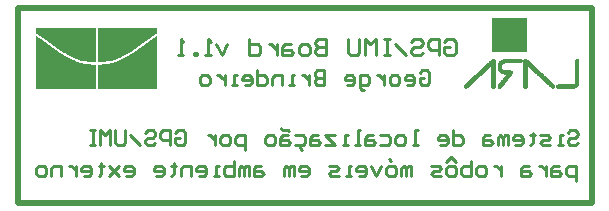
<source format=gbo>
%FSLAX23Y23*%
%MOIN*%
G70*
G01*
G75*
G04 Layer_Color=32896*
%ADD10C,0.020*%
%ADD11C,0.060*%
%ADD12R,0.059X0.059*%
%ADD13C,0.059*%
%ADD14C,0.055*%
%ADD15C,0.250*%
%ADD16O,0.024X0.039*%
%ADD17R,0.059X0.059*%
%ADD18C,0.046*%
%ADD19R,0.046X0.046*%
%ADD20C,0.049*%
%ADD21R,0.049X0.049*%
%ADD22C,0.157*%
%ADD23R,0.059X0.059*%
%ADD24C,0.059*%
%ADD25R,0.049X0.049*%
%ADD26C,0.063*%
%ADD27R,0.063X0.063*%
%ADD28C,0.067*%
%ADD29R,0.067X0.067*%
%ADD30C,0.050*%
%ADD31C,0.015*%
%ADD32C,0.010*%
%ADD33C,0.008*%
%ADD34C,0.024*%
%ADD35C,0.010*%
%ADD36C,0.020*%
%ADD37C,0.008*%
%ADD38C,0.006*%
%ADD39C,0.068*%
%ADD40R,0.067X0.067*%
%ADD41C,0.067*%
%ADD42C,0.063*%
%ADD43C,0.258*%
%ADD44O,0.032X0.047*%
%ADD45R,0.067X0.067*%
%ADD46C,0.054*%
%ADD47R,0.054X0.054*%
%ADD48C,0.057*%
%ADD49R,0.057X0.057*%
%ADD50C,0.165*%
%ADD51R,0.067X0.067*%
%ADD52C,0.067*%
%ADD53R,0.057X0.057*%
%ADD54C,0.071*%
%ADD55R,0.071X0.071*%
%ADD56C,0.075*%
%ADD57R,0.075X0.075*%
%ADD58C,0.058*%
%ADD59C,0.001*%
D32*
X3124Y2208D02*
X3132Y2201D01*
X3316Y2197D02*
X3332Y2214D01*
X3348Y2198D01*
X2764Y2310D02*
X2769Y2305D01*
X2788D01*
X2792Y2301D01*
X2827Y2244D02*
X2835Y2236D01*
X2827Y2244D02*
Y2250D01*
X3227Y2495D02*
X3235Y2503D01*
X3252D01*
X3260Y2495D01*
Y2461D01*
X3252Y2453D01*
X3235D01*
X3227Y2461D01*
Y2478D01*
X3243D01*
X3185Y2453D02*
X3202D01*
X3210Y2461D01*
Y2478D01*
X3202Y2486D01*
X3185D01*
X3177Y2478D01*
Y2470D01*
X3210D01*
X3152Y2453D02*
X3135D01*
X3127Y2461D01*
Y2478D01*
X3135Y2486D01*
X3152D01*
X3160Y2478D01*
Y2461D01*
X3152Y2453D01*
X3110Y2486D02*
Y2453D01*
Y2470D01*
X3102Y2478D01*
X3093Y2486D01*
X3085D01*
X3043Y2436D02*
X3035D01*
X3027Y2445D01*
Y2486D01*
X3052D01*
X3060Y2478D01*
Y2461D01*
X3052Y2453D01*
X3027D01*
X2985D02*
X3002D01*
X3010Y2461D01*
Y2478D01*
X3002Y2486D01*
X2985D01*
X2977Y2478D01*
Y2470D01*
X3010D01*
X2910Y2503D02*
Y2453D01*
X2885D01*
X2877Y2461D01*
Y2470D01*
X2885Y2478D01*
X2910D01*
X2885D01*
X2877Y2486D01*
Y2495D01*
X2885Y2503D01*
X2910D01*
X2860Y2486D02*
Y2453D01*
Y2470D01*
X2852Y2478D01*
X2843Y2486D01*
X2835D01*
X2810Y2453D02*
X2793D01*
X2802D01*
Y2486D01*
X2810D01*
X2768Y2453D02*
Y2486D01*
X2744D01*
X2735Y2478D01*
Y2453D01*
X2685Y2503D02*
Y2453D01*
X2710D01*
X2719Y2461D01*
Y2478D01*
X2710Y2486D01*
X2685D01*
X2644Y2453D02*
X2660D01*
X2669Y2461D01*
Y2478D01*
X2660Y2486D01*
X2644D01*
X2635Y2478D01*
Y2470D01*
X2669D01*
X2619Y2453D02*
X2602D01*
X2610D01*
Y2486D01*
X2619D01*
X2577D02*
Y2453D01*
Y2470D01*
X2569Y2478D01*
X2560Y2486D01*
X2552D01*
X2519Y2453D02*
X2502D01*
X2494Y2461D01*
Y2478D01*
X2502Y2486D01*
X2519D01*
X2527Y2478D01*
Y2461D01*
X2519Y2453D01*
X3721Y2295D02*
X3729Y2303D01*
X3746D01*
X3754Y2295D01*
Y2286D01*
X3746Y2278D01*
X3729D01*
X3721Y2270D01*
Y2261D01*
X3729Y2253D01*
X3746D01*
X3754Y2261D01*
X3704Y2253D02*
X3687D01*
X3696D01*
Y2286D01*
X3704D01*
X3662Y2253D02*
X3637D01*
X3629Y2261D01*
X3637Y2270D01*
X3654D01*
X3662Y2278D01*
X3654Y2286D01*
X3629D01*
X3604Y2295D02*
Y2286D01*
X3612D01*
X3596D01*
X3604D01*
Y2261D01*
X3596Y2253D01*
X3546D02*
X3562D01*
X3571Y2261D01*
Y2278D01*
X3562Y2286D01*
X3546D01*
X3537Y2278D01*
Y2270D01*
X3571D01*
X3521Y2253D02*
Y2286D01*
X3512D01*
X3504Y2278D01*
Y2253D01*
Y2278D01*
X3496Y2286D01*
X3487Y2278D01*
Y2253D01*
X3462Y2286D02*
X3446D01*
X3437Y2278D01*
Y2253D01*
X3462D01*
X3471Y2261D01*
X3462Y2270D01*
X3437D01*
X3337Y2303D02*
Y2253D01*
X3362D01*
X3371Y2261D01*
Y2278D01*
X3362Y2286D01*
X3337D01*
X3296Y2253D02*
X3312D01*
X3321Y2261D01*
Y2278D01*
X3312Y2286D01*
X3296D01*
X3287Y2278D01*
Y2270D01*
X3321D01*
X3221Y2253D02*
X3204D01*
X3213D01*
Y2303D01*
X3221D01*
X3171Y2253D02*
X3154D01*
X3146Y2261D01*
Y2278D01*
X3154Y2286D01*
X3171D01*
X3179Y2278D01*
Y2261D01*
X3171Y2253D01*
X3096Y2286D02*
X3121D01*
X3129Y2278D01*
Y2261D01*
X3121Y2253D01*
X3096D01*
X3071Y2286D02*
X3054D01*
X3046Y2278D01*
Y2253D01*
X3071D01*
X3079Y2261D01*
X3071Y2270D01*
X3046D01*
X3029Y2253D02*
X3013D01*
X3021D01*
Y2303D01*
X3029D01*
X2988Y2253D02*
X2971D01*
X2979D01*
Y2286D01*
X2988D01*
X2946D02*
X2913D01*
X2946Y2253D01*
X2913D01*
X2888Y2286D02*
X2871D01*
X2863Y2278D01*
Y2253D01*
X2888D01*
X2896Y2261D01*
X2888Y2270D01*
X2863D01*
X2813Y2286D02*
X2838D01*
X2846Y2278D01*
Y2261D01*
X2838Y2253D01*
X2813D01*
X2788Y2286D02*
X2771D01*
X2763Y2278D01*
Y2253D01*
X2788D01*
X2796Y2261D01*
X2788Y2270D01*
X2763D01*
X2738Y2253D02*
X2721D01*
X2713Y2261D01*
Y2278D01*
X2721Y2286D01*
X2738D01*
X2746Y2278D01*
Y2261D01*
X2738Y2253D01*
X2646Y2236D02*
Y2286D01*
X2621D01*
X2613Y2278D01*
Y2261D01*
X2621Y2253D01*
X2646D01*
X2588D02*
X2571D01*
X2563Y2261D01*
Y2278D01*
X2571Y2286D01*
X2588D01*
X2596Y2278D01*
Y2261D01*
X2588Y2253D01*
X2546Y2286D02*
Y2253D01*
Y2270D01*
X2538Y2278D01*
X2529Y2286D01*
X2521D01*
X2413Y2295D02*
X2421Y2303D01*
X2438D01*
X2446Y2295D01*
Y2261D01*
X2438Y2253D01*
X2421D01*
X2413Y2261D01*
Y2278D01*
X2429D01*
X2396Y2253D02*
Y2303D01*
X2371D01*
X2363Y2295D01*
Y2278D01*
X2371Y2270D01*
X2396D01*
X2313Y2295D02*
X2321Y2303D01*
X2338D01*
X2346Y2295D01*
Y2286D01*
X2338Y2278D01*
X2321D01*
X2313Y2270D01*
Y2261D01*
X2321Y2253D01*
X2338D01*
X2346Y2261D01*
X2296Y2253D02*
X2263Y2286D01*
X2246Y2303D02*
Y2261D01*
X2238Y2253D01*
X2221D01*
X2213Y2261D01*
Y2303D01*
X2196Y2253D02*
Y2303D01*
X2180Y2286D01*
X2163Y2303D01*
Y2253D01*
X2146Y2303D02*
X2130D01*
X2138D01*
Y2253D01*
X2146D01*
X2130D01*
X3749Y2134D02*
Y2184D01*
X3724D01*
X3716Y2176D01*
Y2159D01*
X3724Y2151D01*
X3749D01*
X3691Y2184D02*
X3674D01*
X3666Y2176D01*
Y2151D01*
X3691D01*
X3699Y2159D01*
X3691Y2168D01*
X3666D01*
X3649Y2184D02*
Y2151D01*
Y2168D01*
X3641Y2176D01*
X3632Y2184D01*
X3624D01*
X3591D02*
X3574D01*
X3566Y2176D01*
Y2151D01*
X3591D01*
X3599Y2159D01*
X3591Y2168D01*
X3566D01*
X3499Y2184D02*
Y2151D01*
Y2168D01*
X3491Y2176D01*
X3482Y2184D01*
X3474D01*
X3441Y2151D02*
X3424D01*
X3416Y2159D01*
Y2176D01*
X3424Y2184D01*
X3441D01*
X3449Y2176D01*
Y2159D01*
X3441Y2151D01*
X3399Y2201D02*
Y2151D01*
X3374D01*
X3366Y2159D01*
Y2168D01*
Y2176D01*
X3374Y2184D01*
X3399D01*
X3341Y2151D02*
X3324D01*
X3316Y2159D01*
Y2176D01*
X3324Y2184D01*
X3341D01*
X3349Y2176D01*
Y2159D01*
X3341Y2151D01*
X3299D02*
X3274D01*
X3266Y2159D01*
X3274Y2168D01*
X3291D01*
X3299Y2176D01*
X3291Y2184D01*
X3266D01*
X3199Y2151D02*
Y2184D01*
X3191D01*
X3183Y2176D01*
Y2151D01*
Y2176D01*
X3174Y2184D01*
X3166Y2176D01*
Y2151D01*
X3141D02*
X3124D01*
X3116Y2159D01*
Y2176D01*
X3124Y2184D01*
X3141D01*
X3149Y2176D01*
Y2159D01*
X3141Y2151D01*
X3099Y2184D02*
X3083Y2151D01*
X3066Y2184D01*
X3024Y2151D02*
X3041D01*
X3049Y2159D01*
Y2176D01*
X3041Y2184D01*
X3024D01*
X3016Y2176D01*
Y2168D01*
X3049D01*
X2999Y2151D02*
X2983D01*
X2991D01*
Y2184D01*
X2999D01*
X2958Y2151D02*
X2933D01*
X2924Y2159D01*
X2933Y2168D01*
X2949D01*
X2958Y2176D01*
X2949Y2184D01*
X2924D01*
X2833Y2151D02*
X2849D01*
X2858Y2159D01*
Y2176D01*
X2849Y2184D01*
X2833D01*
X2824Y2176D01*
Y2168D01*
X2858D01*
X2808Y2151D02*
Y2184D01*
X2799D01*
X2791Y2176D01*
Y2151D01*
Y2176D01*
X2783Y2184D01*
X2774Y2176D01*
Y2151D01*
X2699Y2184D02*
X2683D01*
X2674Y2176D01*
Y2151D01*
X2699D01*
X2708Y2159D01*
X2699Y2168D01*
X2674D01*
X2658Y2151D02*
Y2184D01*
X2649D01*
X2641Y2176D01*
Y2151D01*
Y2176D01*
X2633Y2184D01*
X2624Y2176D01*
Y2151D01*
X2608Y2201D02*
Y2151D01*
X2583D01*
X2574Y2159D01*
Y2168D01*
Y2176D01*
X2583Y2184D01*
X2608D01*
X2558Y2151D02*
X2541D01*
X2549D01*
Y2184D01*
X2558D01*
X2491Y2151D02*
X2508D01*
X2516Y2159D01*
Y2176D01*
X2508Y2184D01*
X2491D01*
X2483Y2176D01*
Y2168D01*
X2516D01*
X2466Y2151D02*
Y2184D01*
X2441D01*
X2433Y2176D01*
Y2151D01*
X2408Y2193D02*
Y2184D01*
X2416D01*
X2399D01*
X2408D01*
Y2159D01*
X2399Y2151D01*
X2349D02*
X2366D01*
X2374Y2159D01*
Y2176D01*
X2366Y2184D01*
X2349D01*
X2341Y2176D01*
Y2168D01*
X2374D01*
X2249Y2151D02*
X2266D01*
X2274Y2159D01*
Y2176D01*
X2266Y2184D01*
X2249D01*
X2241Y2176D01*
Y2168D01*
X2274D01*
X2224Y2184D02*
X2191Y2151D01*
X2208Y2168D01*
X2191Y2184D01*
X2224Y2151D01*
X2166Y2193D02*
Y2184D01*
X2175D01*
X2158D01*
X2166D01*
Y2159D01*
X2158Y2151D01*
X2108D02*
X2125D01*
X2133Y2159D01*
Y2176D01*
X2125Y2184D01*
X2108D01*
X2100Y2176D01*
Y2168D01*
X2133D01*
X2083Y2184D02*
Y2151D01*
Y2168D01*
X2075Y2176D01*
X2066Y2184D01*
X2058D01*
X2033Y2151D02*
Y2184D01*
X2008D01*
X2000Y2176D01*
Y2151D01*
X1975D02*
X1958D01*
X1950Y2159D01*
Y2176D01*
X1958Y2184D01*
X1975D01*
X1983Y2176D01*
Y2159D01*
X1975Y2151D01*
X3310Y2599D02*
X3320Y2608D01*
X3338D01*
X3347Y2599D01*
Y2562D01*
X3338Y2553D01*
X3320D01*
X3310Y2562D01*
Y2580D01*
X3329D01*
X3292Y2553D02*
Y2608D01*
X3265D01*
X3255Y2599D01*
Y2580D01*
X3265Y2571D01*
X3292D01*
X3200Y2599D02*
X3210Y2608D01*
X3228D01*
X3237Y2599D01*
Y2590D01*
X3228Y2580D01*
X3210D01*
X3200Y2571D01*
Y2562D01*
X3210Y2553D01*
X3228D01*
X3237Y2562D01*
X3182Y2553D02*
X3145Y2590D01*
X3127Y2608D02*
X3109D01*
X3118D01*
Y2553D01*
X3127D01*
X3109D01*
X3081D02*
Y2608D01*
X3063Y2590D01*
X3045Y2608D01*
Y2553D01*
X3026Y2608D02*
Y2562D01*
X3017Y2553D01*
X2999D01*
X2990Y2562D01*
Y2608D01*
X2916D02*
Y2553D01*
X2889D01*
X2880Y2562D01*
Y2571D01*
X2889Y2580D01*
X2916D01*
X2889D01*
X2880Y2590D01*
Y2599D01*
X2889Y2608D01*
X2916D01*
X2852Y2553D02*
X2834D01*
X2825Y2562D01*
Y2580D01*
X2834Y2590D01*
X2852D01*
X2861Y2580D01*
Y2562D01*
X2852Y2553D01*
X2797Y2590D02*
X2779D01*
X2770Y2580D01*
Y2553D01*
X2797D01*
X2806Y2562D01*
X2797Y2571D01*
X2770D01*
X2751Y2590D02*
Y2553D01*
Y2571D01*
X2742Y2580D01*
X2733Y2590D01*
X2724D01*
X2660Y2608D02*
Y2553D01*
X2687D01*
X2696Y2562D01*
Y2580D01*
X2687Y2590D01*
X2660D01*
X2586D02*
X2568Y2553D01*
X2550Y2590D01*
X2531Y2553D02*
X2513D01*
X2522D01*
Y2608D01*
X2531Y2599D01*
X2486Y2553D02*
Y2562D01*
X2476D01*
Y2553D01*
X2486D01*
X2440D02*
X2421D01*
X2431D01*
Y2608D01*
X2440Y2599D01*
D36*
X3802Y2061D02*
Y2711D01*
X1887Y2061D02*
X3802D01*
X1887D02*
Y2711D01*
X3802D01*
D59*
X3405Y2482D02*
X3423D01*
X3406Y2483D02*
X3423D01*
X3408Y2484D02*
X3425D01*
X3409Y2485D02*
X3426D01*
X3396Y2473D02*
X3413D01*
X3397Y2474D02*
X3415D01*
X3399Y2475D02*
X3416D01*
X3400Y2476D02*
X3417D01*
X3401Y2477D02*
X3418D01*
X3401Y2478D02*
X3419D01*
X3402Y2479D02*
X3420D01*
X3403Y2480D02*
X3421D01*
X3378Y2445D02*
X3382D01*
X3376Y2446D02*
X3384D01*
X3376Y2447D02*
X3385D01*
X3376Y2454D02*
X3393D01*
X3377Y2455D02*
X3394D01*
X3378Y2456D02*
X3395D01*
X3379Y2457D02*
X3396D01*
X3380Y2458D02*
X3397D01*
X3380Y2459D02*
X3398D01*
X3381Y2460D02*
X3399D01*
X3382Y2461D02*
X3400D01*
X3384Y2462D02*
X3401D01*
X3386Y2463D02*
X3403D01*
X3387Y2464D02*
X3404D01*
X3388Y2465D02*
X3405D01*
X3389Y2466D02*
X3406D01*
X3391Y2468D02*
X3408D01*
X3391Y2469D02*
X3409D01*
X3392Y2470D02*
X3410D01*
X3393Y2471D02*
X3411D01*
X3394Y2472D02*
X3412D01*
X3390Y2467D02*
X3407D01*
X3404Y2481D02*
X3422D01*
X3411Y2487D02*
X3429D01*
X3410Y2486D02*
X3428D01*
X3510Y2482D02*
X3526D01*
X3511Y2483D02*
X3526D01*
X3489Y2445D02*
X3495D01*
X3488Y2446D02*
X3496D01*
X3487Y2447D02*
X3498D01*
X3487Y2448D02*
X3498D01*
X3487Y2449D02*
X3498D01*
X3487Y2450D02*
X3499D01*
X3487Y2451D02*
X3500D01*
X3487Y2452D02*
X3501D01*
X3487Y2453D02*
X3502D01*
X3487Y2454D02*
X3503D01*
X3488Y2455D02*
X3504D01*
X3489Y2456D02*
X3505D01*
X3490Y2457D02*
X3506D01*
X3491Y2458D02*
X3506D01*
X3492Y2459D02*
X3507D01*
X3493Y2460D02*
X3508D01*
X3493Y2461D02*
X3509D01*
X3494Y2462D02*
X3509D01*
X3496Y2463D02*
X3510D01*
X3497Y2464D02*
X3511D01*
X3497Y2465D02*
X3512D01*
X3498Y2466D02*
X3513D01*
X3499Y2468D02*
X3514D01*
X3500Y2469D02*
X3515D01*
X3500Y2470D02*
X3516D01*
X3501Y2471D02*
X3517D01*
X3502Y2472D02*
X3518D01*
X3504Y2473D02*
X3519D01*
X3504Y2474D02*
X3519D01*
X3505Y2475D02*
X3520D01*
X3506Y2476D02*
X3521D01*
X3507Y2477D02*
X3521D01*
X3508Y2478D02*
X3522D01*
X3509Y2479D02*
X3523D01*
X3498Y2467D02*
X3513D01*
X3509Y2480D02*
X3524D01*
X3466Y2482D02*
X3477D01*
X3466Y2483D02*
X3477D01*
X3466Y2484D02*
X3477D01*
X3466Y2485D02*
X3477D01*
X3469Y2445D02*
X3475D01*
X3467Y2446D02*
X3476D01*
X3467Y2447D02*
X3476D01*
X3466Y2448D02*
X3477D01*
X3466Y2449D02*
X3477D01*
X3466Y2450D02*
X3477D01*
X3466Y2451D02*
X3477D01*
X3466Y2452D02*
X3477D01*
X3466Y2453D02*
X3477D01*
X3466Y2454D02*
X3477D01*
X3466Y2455D02*
X3477D01*
X3466Y2456D02*
X3477D01*
X3466Y2457D02*
X3477D01*
X3466Y2458D02*
X3477D01*
X3466Y2459D02*
X3477D01*
X3466Y2460D02*
X3477D01*
X3466Y2461D02*
X3477D01*
X3466Y2462D02*
X3477D01*
X3466Y2463D02*
X3477D01*
X3466Y2464D02*
X3477D01*
X3466Y2465D02*
X3477D01*
X3466Y2466D02*
X3477D01*
X3466Y2468D02*
X3477D01*
X3466Y2469D02*
X3477D01*
X3466Y2470D02*
X3477D01*
X3466Y2471D02*
X3477D01*
X3466Y2472D02*
X3477D01*
X3466Y2473D02*
X3477D01*
X3466Y2474D02*
X3477D01*
X3466Y2475D02*
X3477D01*
X3466Y2476D02*
X3477D01*
X3466Y2477D02*
X3477D01*
X3466Y2478D02*
X3477D01*
X3466Y2479D02*
X3477D01*
X3466Y2480D02*
X3477D01*
X3466Y2467D02*
X3477D01*
X3509Y2481D02*
X3525D01*
X3466D02*
X3477D01*
X3466Y2487D02*
X3477D01*
X3512Y2484D02*
X3528D01*
X3513Y2485D02*
X3529D01*
X3515Y2487D02*
X3530D01*
X3466Y2486D02*
X3477D01*
X3514D02*
X3530D01*
X3573Y2482D02*
X3584D01*
X3573Y2483D02*
X3584D01*
X3573Y2484D02*
X3584D01*
X3573Y2485D02*
X3584D01*
X3576Y2445D02*
X3582D01*
X3574Y2446D02*
X3583D01*
X3573Y2447D02*
X3584D01*
X3573Y2448D02*
X3584D01*
X3573Y2449D02*
X3584D01*
X3573Y2450D02*
X3584D01*
X3573Y2451D02*
X3584D01*
X3573Y2452D02*
X3584D01*
X3573Y2453D02*
X3584D01*
X3573Y2454D02*
X3584D01*
X3573Y2455D02*
X3584D01*
X3573Y2456D02*
X3584D01*
X3573Y2457D02*
X3584D01*
X3573Y2458D02*
X3584D01*
X3573Y2459D02*
X3584D01*
X3573Y2460D02*
X3584D01*
X3573Y2461D02*
X3584D01*
X3573Y2462D02*
X3584D01*
X3573Y2463D02*
X3584D01*
X3573Y2464D02*
X3584D01*
X3573Y2465D02*
X3584D01*
X3573Y2466D02*
X3584D01*
X3573Y2468D02*
X3584D01*
X3573Y2469D02*
X3584D01*
X3573Y2470D02*
X3584D01*
X3573Y2471D02*
X3584D01*
X3573Y2472D02*
X3584D01*
X3573Y2473D02*
X3584D01*
X3573Y2474D02*
X3584D01*
X3573Y2475D02*
X3584D01*
X3573Y2476D02*
X3584D01*
X3573Y2477D02*
X3584D01*
X3573Y2478D02*
X3584D01*
X3573Y2479D02*
X3584D01*
X3573Y2480D02*
X3584D01*
X3573Y2467D02*
X3584D01*
X3573Y2481D02*
X3584D01*
X3573Y2487D02*
X3584D01*
X3573Y2486D02*
X3584D01*
X3669Y2445D02*
X3673D01*
X3667Y2446D02*
X3674D01*
X3666Y2447D02*
X3675D01*
X3665Y2448D02*
X3676D01*
X3664Y2449D02*
X3676D01*
X3662Y2450D02*
X3676D01*
X3661Y2451D02*
X3676D01*
X3659Y2452D02*
X3676D01*
X3659Y2453D02*
X3676D01*
X3658Y2454D02*
X3675D01*
X3657Y2455D02*
X3674D01*
X3656Y2456D02*
X3673D01*
X3655Y2457D02*
X3672D01*
X3654Y2458D02*
X3671D01*
X3653Y2459D02*
X3670D01*
X3652Y2460D02*
X3669D01*
X3650Y2461D02*
X3668D01*
X3649Y2462D02*
X3667D01*
X3648Y2463D02*
X3665D01*
X3647Y2464D02*
X3664D01*
X3646Y2465D02*
X3663D01*
X3645Y2466D02*
X3662D01*
X3643Y2468D02*
X3660D01*
X3642Y2469D02*
X3659D01*
X3641Y2470D02*
X3659D01*
X3640Y2471D02*
X3658D01*
X3638Y2472D02*
X3656D01*
X3637Y2473D02*
X3654D01*
X3636Y2474D02*
X3653D01*
X3644Y2467D02*
X3661D01*
X3628Y2482D02*
X3646D01*
X3627Y2483D02*
X3645D01*
X3625Y2484D02*
X3642D01*
X3624Y2485D02*
X3641D01*
X3635Y2475D02*
X3652D01*
X3634Y2476D02*
X3651D01*
X3633Y2477D02*
X3650D01*
X3632Y2478D02*
X3649D01*
X3631Y2479D02*
X3648D01*
X3630Y2480D02*
X3648D01*
X3629Y2481D02*
X3647D01*
X3622Y2487D02*
X3639D01*
X3623Y2486D02*
X3640D01*
X3745Y2482D02*
X3756D01*
X3745Y2483D02*
X3756D01*
X3745Y2484D02*
X3756D01*
X3745Y2485D02*
X3756D01*
X3742Y2457D02*
X3755D01*
X3743Y2458D02*
X3755D01*
X3744Y2459D02*
X3755D01*
X3744Y2460D02*
X3755D01*
X3745Y2461D02*
X3755D01*
X3745Y2462D02*
X3755D01*
X3745Y2463D02*
X3756D01*
X3745Y2464D02*
X3756D01*
X3745Y2465D02*
X3756D01*
X3745Y2466D02*
X3756D01*
X3745Y2468D02*
X3756D01*
X3745Y2469D02*
X3756D01*
X3745Y2470D02*
X3756D01*
X3745Y2471D02*
X3756D01*
X3745Y2472D02*
X3756D01*
X3745Y2473D02*
X3756D01*
X3745Y2474D02*
X3756D01*
X3745Y2475D02*
X3756D01*
X3745Y2476D02*
X3756D01*
X3745Y2477D02*
X3756D01*
X3745Y2478D02*
X3756D01*
X3745Y2479D02*
X3756D01*
X3745Y2480D02*
X3756D01*
X3745Y2467D02*
X3756D01*
X3745Y2481D02*
X3756D01*
X3745Y2487D02*
X3756D01*
X3745Y2486D02*
X3756D01*
X3413Y2489D02*
X3431D01*
X3414Y2490D02*
X3432D01*
X3415Y2491D02*
X3433D01*
X3416Y2492D02*
X3434D01*
X3417Y2493D02*
X3434D01*
X3419Y2494D02*
X3436D01*
X3420Y2495D02*
X3437D01*
X3421Y2496D02*
X3438D01*
X3422Y2497D02*
X3440D01*
X3423Y2498D02*
X3441D01*
X3423Y2499D02*
X3442D01*
X3424Y2500D02*
X3443D01*
X3425Y2501D02*
X3444D01*
X3427Y2502D02*
X3444D01*
X3428Y2503D02*
X3445D01*
X3429Y2504D02*
X3446D01*
X3431Y2505D02*
X3448D01*
X3432Y2506D02*
X3449D01*
X3433Y2507D02*
X3450D01*
X3434Y2508D02*
X3452D01*
X3434Y2509D02*
X3453D01*
X3435Y2510D02*
X3454D01*
X3490Y2504D02*
X3508D01*
X3489Y2505D02*
X3504D01*
X3489Y2506D02*
X3503D01*
X3488Y2507D02*
X3502D01*
X3488Y2508D02*
X3501D01*
X3488Y2509D02*
X3500D01*
X3487Y2510D02*
X3500D01*
X3487Y2511D02*
X3499D01*
X3487Y2512D02*
X3499D01*
X3487Y2513D02*
X3499D01*
X3487Y2514D02*
X3498D01*
X3487Y2515D02*
X3498D01*
X3487Y2516D02*
X3498D01*
X3487Y2517D02*
X3498D01*
X3487Y2518D02*
X3498D01*
X3487Y2519D02*
X3498D01*
X3487Y2520D02*
X3499D01*
X3487Y2521D02*
X3499D01*
X3487Y2522D02*
X3499D01*
X3487Y2523D02*
X3500D01*
X3487Y2524D02*
X3500D01*
X3488Y2525D02*
X3501D01*
X3489Y2526D02*
X3503D01*
X3489Y2527D02*
X3504D01*
X3490Y2528D02*
X3506D01*
X3490Y2529D02*
X3508D01*
X3469Y2541D02*
X3474D01*
X3466Y2489D02*
X3477D01*
X3466Y2490D02*
X3477D01*
X3466Y2491D02*
X3477D01*
X3466Y2492D02*
X3477D01*
X3466Y2493D02*
X3477D01*
X3466Y2494D02*
X3477D01*
X3466Y2495D02*
X3477D01*
X3466Y2496D02*
X3477D01*
X3466Y2497D02*
X3477D01*
X3466Y2498D02*
X3477D01*
X3466Y2499D02*
X3477D01*
X3466Y2500D02*
X3477D01*
X3466Y2501D02*
X3477D01*
X3466Y2502D02*
X3477D01*
X3466Y2503D02*
X3477D01*
X3466Y2504D02*
X3477D01*
X3466Y2505D02*
X3477D01*
X3466Y2506D02*
X3477D01*
X3466Y2507D02*
X3477D01*
X3466Y2508D02*
X3477D01*
X3466Y2509D02*
X3477D01*
X3466Y2510D02*
X3477D01*
X3466Y2511D02*
X3477D01*
X3466Y2512D02*
X3477D01*
X3466Y2513D02*
X3477D01*
X3466Y2514D02*
X3477D01*
X3466Y2515D02*
X3477D01*
X3466Y2516D02*
X3477D01*
X3466Y2517D02*
X3477D01*
X3466Y2518D02*
X3477D01*
X3466Y2519D02*
X3477D01*
X3466Y2520D02*
X3477D01*
X3456Y2529D02*
X3477D01*
X3457Y2530D02*
X3477D01*
X3458Y2531D02*
X3477D01*
X3459Y2532D02*
X3477D01*
X3460Y2533D02*
X3477D01*
X3461Y2534D02*
X3477D01*
X3462Y2535D02*
X3477D01*
X3464Y2536D02*
X3477D01*
X3465Y2537D02*
X3477D01*
X3466Y2538D02*
X3477D01*
X3466Y2539D02*
X3476D01*
X3467Y2540D02*
X3476D01*
X3516Y2489D02*
X3531D01*
X3517Y2490D02*
X3532D01*
X3518Y2491D02*
X3533D01*
X3510Y2492D02*
X3533D01*
X3505Y2493D02*
X3534D01*
X3494Y2499D02*
X3534D01*
X3493Y2500D02*
X3534D01*
X3493Y2501D02*
X3533D01*
X3492Y2502D02*
X3532D01*
X3491Y2503D02*
X3530D01*
X3573Y2489D02*
X3584D01*
X3573Y2490D02*
X3584D01*
X3573Y2491D02*
X3584D01*
X3573Y2492D02*
X3584D01*
X3573Y2493D02*
X3584D01*
X3573Y2494D02*
X3584D01*
X3573Y2495D02*
X3584D01*
X3573Y2496D02*
X3584D01*
X3573Y2497D02*
X3584D01*
X3573Y2498D02*
X3584D01*
X3573Y2499D02*
X3584D01*
X3573Y2500D02*
X3584D01*
X3573Y2501D02*
X3584D01*
X3573Y2502D02*
X3584D01*
X3573Y2503D02*
X3584D01*
X3573Y2504D02*
X3584D01*
X3573Y2505D02*
X3584D01*
X3573Y2506D02*
X3584D01*
X3573Y2507D02*
X3584D01*
X3573Y2508D02*
X3584D01*
X3573Y2509D02*
X3584D01*
X3573Y2510D02*
X3584D01*
X3573Y2511D02*
X3584D01*
X3573Y2512D02*
X3584D01*
X3573Y2513D02*
X3584D01*
X3573Y2514D02*
X3584D01*
X3573Y2515D02*
X3584D01*
X3573Y2516D02*
X3584D01*
X3573Y2517D02*
X3584D01*
X3573Y2518D02*
X3584D01*
X3573Y2519D02*
X3584D01*
X3573Y2520D02*
X3584D01*
X3573Y2521D02*
X3584D01*
X3573Y2522D02*
X3603D01*
X3573Y2523D02*
X3602D01*
X3573Y2524D02*
X3601D01*
X3573Y2525D02*
X3599D01*
X3573Y2526D02*
X3597D01*
X3573Y2527D02*
X3596D01*
X3573Y2528D02*
X3595D01*
X3573Y2529D02*
X3594D01*
X3573Y2530D02*
X3594D01*
X3573Y2531D02*
X3593D01*
X3573Y2532D02*
X3592D01*
X3573Y2533D02*
X3591D01*
X3573Y2534D02*
X3590D01*
X3573Y2535D02*
X3589D01*
X3573Y2536D02*
X3587D01*
X3573Y2537D02*
X3585D01*
X3573Y2538D02*
X3584D01*
X3574Y2539D02*
X3584D01*
X3575Y2540D02*
X3583D01*
X3576Y2541D02*
X3582D01*
X3588Y2518D02*
X3606D01*
X3587Y2519D02*
X3605D01*
X3586Y2520D02*
X3605D01*
X3585Y2521D02*
X3604D01*
X3595Y2512D02*
X3613D01*
X3594Y2513D02*
X3612D01*
X3594Y2514D02*
X3611D01*
X3592Y2515D02*
X3609D01*
X3591Y2516D02*
X3608D01*
X3589Y2517D02*
X3607D01*
X3616Y2493D02*
X3634D01*
X3620Y2489D02*
X3637D01*
X3619Y2490D02*
X3637D01*
X3618Y2491D02*
X3636D01*
X3617Y2492D02*
X3635D01*
X3745Y2489D02*
X3756D01*
X3745Y2490D02*
X3756D01*
X3745Y2491D02*
X3756D01*
X3745Y2492D02*
X3756D01*
X3745Y2493D02*
X3756D01*
X3745Y2494D02*
X3756D01*
X3745Y2495D02*
X3756D01*
X3745Y2496D02*
X3756D01*
X3745Y2497D02*
X3756D01*
X3745Y2498D02*
X3756D01*
X3745Y2499D02*
X3756D01*
X3745Y2500D02*
X3756D01*
X3745Y2501D02*
X3756D01*
X3745Y2502D02*
X3756D01*
X3745Y2503D02*
X3756D01*
X3745Y2504D02*
X3756D01*
X3745Y2505D02*
X3756D01*
X3745Y2506D02*
X3756D01*
X3745Y2507D02*
X3756D01*
X3745Y2508D02*
X3756D01*
X3745Y2509D02*
X3756D01*
X3745Y2510D02*
X3756D01*
X3745Y2511D02*
X3756D01*
X3745Y2512D02*
X3756D01*
X3745Y2513D02*
X3756D01*
X3745Y2514D02*
X3756D01*
X3745Y2515D02*
X3756D01*
X3745Y2516D02*
X3756D01*
X3745Y2517D02*
X3756D01*
X3745Y2518D02*
X3756D01*
X3745Y2519D02*
X3756D01*
X3745Y2520D02*
X3756D01*
X3745Y2521D02*
X3756D01*
X3745Y2522D02*
X3756D01*
X3745Y2523D02*
X3756D01*
X3745Y2524D02*
X3756D01*
X3745Y2525D02*
X3756D01*
X3745Y2526D02*
X3756D01*
X3745Y2527D02*
X3756D01*
X3745Y2528D02*
X3756D01*
X3745Y2529D02*
X3756D01*
X3745Y2530D02*
X3756D01*
X3745Y2531D02*
X3756D01*
X3745Y2532D02*
X3756D01*
X3745Y2533D02*
X3756D01*
X3745Y2534D02*
X3756D01*
X3745Y2535D02*
X3756D01*
X3745Y2536D02*
X3756D01*
X3745Y2537D02*
X3755D01*
X3745Y2538D02*
X3755D01*
X3746Y2539D02*
X3755D01*
X3747Y2540D02*
X3754D01*
X3750Y2541D02*
X3751D01*
X3375Y2448D02*
X3386D01*
X3375Y2449D02*
X3387D01*
X3374Y2450D02*
X3388D01*
X3374Y2451D02*
X3389D01*
X3375Y2452D02*
X3391D01*
X3375Y2453D02*
X3392D01*
X3688Y2456D02*
X3755D01*
X3685Y2445D02*
X3743D01*
X3685Y2455D02*
X3755D01*
X3684Y2446D02*
X3745D01*
X3683Y2447D02*
X3747D01*
X3682Y2448D02*
X3749D01*
X3682Y2449D02*
X3750D01*
X3682Y2450D02*
X3751D01*
X3682Y2451D02*
X3752D01*
X3682Y2452D02*
X3753D01*
X3683Y2453D02*
X3754D01*
X3684Y2454D02*
X3754D01*
X3448Y2522D02*
X3477D01*
X3449Y2523D02*
X3477D01*
X3450Y2524D02*
X3477D01*
X3451Y2525D02*
X3477D01*
X3453Y2526D02*
X3477D01*
X3454Y2527D02*
X3477D01*
X3455Y2528D02*
X3477D01*
X3614Y2494D02*
X3632D01*
X3613Y2495D02*
X3631D01*
X3612Y2496D02*
X3630D01*
X3611Y2497D02*
X3629D01*
X3610Y2498D02*
X3627D01*
X3609Y2499D02*
X3627D01*
X3608Y2500D02*
X3626D01*
X3607Y2501D02*
X3625D01*
X3606Y2502D02*
X3624D01*
X3605Y2503D02*
X3623D01*
X3605Y2504D02*
X3622D01*
X3602Y2505D02*
X3620D01*
X3601Y2506D02*
X3619D01*
X3600Y2507D02*
X3618D01*
X3599Y2508D02*
X3617D01*
X3598Y2509D02*
X3616D01*
X3597Y2510D02*
X3616D01*
X3596Y2511D02*
X3615D01*
X3500Y2494D02*
X3535D01*
X3499Y2495D02*
X3535D01*
X3498Y2496D02*
X3535D01*
X3497Y2497D02*
X3535D01*
X3495Y2498D02*
X3535D01*
X3445Y2519D02*
X3463D01*
X3446Y2520D02*
X3465D01*
X3436Y2511D02*
X3455D01*
X3437Y2512D02*
X3455D01*
X3438Y2513D02*
X3456D01*
X3439Y2514D02*
X3457D01*
X3442Y2515D02*
X3459D01*
X3443Y2516D02*
X3460D01*
X3444Y2517D02*
X3461D01*
X3444Y2518D02*
X3462D01*
X3447Y2521D02*
X3477D01*
X3491Y2530D02*
X3563D01*
X3492Y2531D02*
X3565D01*
X3492Y2532D02*
X3566D01*
X3493Y2533D02*
X3566D01*
X3494Y2534D02*
X3567D01*
X3495Y2535D02*
X3567D01*
X3498Y2536D02*
X3567D01*
X3498Y2537D02*
X3567D01*
X3500Y2538D02*
X3566D01*
X3502Y2539D02*
X3565D01*
X3505Y2540D02*
X3564D01*
X3509Y2541D02*
X3562D01*
X3470Y2567D02*
X3582D01*
X3470Y2566D02*
X3582D01*
X3470Y2642D02*
X3582D01*
X3470Y2643D02*
X3582D01*
X3470Y2644D02*
X3582D01*
X3470Y2645D02*
X3582D01*
X3470Y2569D02*
X3582D01*
X3470Y2570D02*
X3582D01*
X3470Y2571D02*
X3582D01*
X3470Y2572D02*
X3582D01*
X3470Y2573D02*
X3582D01*
X3470Y2574D02*
X3582D01*
X3470Y2575D02*
X3582D01*
X3470Y2576D02*
X3582D01*
X3470Y2577D02*
X3582D01*
X3470Y2578D02*
X3582D01*
X3470Y2579D02*
X3582D01*
X3470Y2580D02*
X3582D01*
X3470Y2581D02*
X3582D01*
X3470Y2582D02*
X3582D01*
X3470Y2583D02*
X3582D01*
X3470Y2584D02*
X3582D01*
X3470Y2585D02*
X3582D01*
X3470Y2586D02*
X3582D01*
X3470Y2587D02*
X3582D01*
X3470Y2588D02*
X3582D01*
X3470Y2589D02*
X3582D01*
X3470Y2590D02*
X3582D01*
X3470Y2591D02*
X3582D01*
X3470Y2592D02*
X3582D01*
X3470Y2593D02*
X3582D01*
X3470Y2594D02*
X3582D01*
X3470Y2595D02*
X3582D01*
X3470Y2596D02*
X3582D01*
X3470Y2597D02*
X3582D01*
X3470Y2598D02*
X3582D01*
X3470Y2599D02*
X3582D01*
X3470Y2600D02*
X3582D01*
X3470Y2601D02*
X3582D01*
X3470Y2602D02*
X3582D01*
X3470Y2603D02*
X3582D01*
X3470Y2604D02*
X3582D01*
X3470Y2605D02*
X3582D01*
X3470Y2606D02*
X3582D01*
X3470Y2607D02*
X3582D01*
X3470Y2608D02*
X3582D01*
X3470Y2609D02*
X3582D01*
X3470Y2610D02*
X3582D01*
X3470Y2611D02*
X3582D01*
X3470Y2612D02*
X3582D01*
X3470Y2613D02*
X3582D01*
X3470Y2614D02*
X3582D01*
X3470Y2615D02*
X3582D01*
X3470Y2616D02*
X3582D01*
X3470Y2617D02*
X3582D01*
X3470Y2618D02*
X3582D01*
X3470Y2619D02*
X3582D01*
X3470Y2620D02*
X3582D01*
X3470Y2621D02*
X3582D01*
X3470Y2622D02*
X3582D01*
X3470Y2623D02*
X3582D01*
X3470Y2624D02*
X3582D01*
X3470Y2625D02*
X3582D01*
X3470Y2626D02*
X3582D01*
X3470Y2628D02*
X3582D01*
X3470Y2629D02*
X3582D01*
X3470Y2630D02*
X3582D01*
X3470Y2631D02*
X3582D01*
X3470Y2632D02*
X3582D01*
X3470Y2633D02*
X3582D01*
X3470Y2634D02*
X3582D01*
X3470Y2635D02*
X3582D01*
X3470Y2636D02*
X3582D01*
X3470Y2637D02*
X3582D01*
X3470Y2638D02*
X3582D01*
X3470Y2639D02*
X3582D01*
X3470Y2640D02*
X3582D01*
X3470Y2627D02*
X3582D01*
X3470Y2641D02*
X3582D01*
X3470Y2647D02*
X3582D01*
X3470Y2646D02*
X3582D01*
X3470Y2649D02*
X3582D01*
X3470Y2650D02*
X3582D01*
X3470Y2651D02*
X3582D01*
X3470Y2652D02*
X3582D01*
X3470Y2653D02*
X3582D01*
X3470Y2654D02*
X3582D01*
X3470Y2655D02*
X3582D01*
X3470Y2656D02*
X3582D01*
X3470Y2657D02*
X3582D01*
X3470Y2658D02*
X3582D01*
X3470Y2659D02*
X3582D01*
X3470Y2660D02*
X3582D01*
X3470Y2661D02*
X3582D01*
X3470Y2662D02*
X3582D01*
X3470Y2663D02*
X3582D01*
X3470Y2664D02*
X3582D01*
X3470Y2665D02*
X3582D01*
X3470Y2666D02*
X3582D01*
X3470Y2667D02*
X3582D01*
X3470Y2668D02*
X3582D01*
X3470Y2669D02*
X3582D01*
X3470Y2670D02*
X3582D01*
X3470Y2671D02*
X3582D01*
X3470Y2672D02*
X3582D01*
X3470Y2673D02*
X3582D01*
X3470Y2674D02*
X3582D01*
X3470Y2675D02*
X3582D01*
X3470Y2676D02*
X3582D01*
X3412Y2488D02*
X3430D01*
X3466D02*
X3477D01*
X3516D02*
X3530D01*
X3573D02*
X3584D01*
X3621D02*
X3638D01*
X3745D02*
X3756D01*
X3470Y2568D02*
X3582D01*
X3470Y2648D02*
X3582D01*
X1949Y2644D02*
X2144D01*
X2154D02*
X2349D01*
X1949Y2643D02*
X2144D01*
X2154D02*
X2349D01*
X1949Y2642D02*
X2144D01*
X2154D02*
X2349D01*
X1949Y2641D02*
X2144D01*
X2154D02*
X2349D01*
X1949Y2640D02*
X2144D01*
X2154D02*
X2349D01*
X1949Y2639D02*
X2144D01*
X2154D02*
X2349D01*
X1949Y2638D02*
X2144D01*
X2154D02*
X2349D01*
X1949Y2637D02*
X2144D01*
X2154D02*
X2349D01*
X1949Y2636D02*
X2144D01*
X2154D02*
X2349D01*
X1949Y2635D02*
X2144D01*
X2154D02*
X2349D01*
X1949Y2634D02*
X2144D01*
X2154D02*
X2349D01*
X1949Y2633D02*
X2144D01*
X2154D02*
X2349D01*
X1949Y2632D02*
X2144D01*
X2154D02*
X2349D01*
X1949Y2631D02*
X2144D01*
X2154D02*
X2349D01*
X1949Y2630D02*
X2144D01*
X2154D02*
X2349D01*
X1950Y2629D02*
X2144D01*
X2154D02*
X2347D01*
X1952Y2628D02*
X2144D01*
X2154D02*
X2346D01*
X1953Y2627D02*
X2144D01*
X2154D02*
X2344D01*
X1954Y2626D02*
X2144D01*
X2154D02*
X2343D01*
X1956Y2625D02*
X2144D01*
X2154D02*
X2342D01*
X1957Y2624D02*
X2144D01*
X2154D02*
X2341D01*
X1959Y2623D02*
X2144D01*
X2154D02*
X2339D01*
X1960Y2622D02*
X2144D01*
X2154D02*
X2338D01*
X1961Y2621D02*
X2144D01*
X2154D02*
X2337D01*
X1963Y2620D02*
X2144D01*
X2154D02*
X2335D01*
X1964Y2619D02*
X2144D01*
X2154D02*
X2333D01*
X1965Y2618D02*
X2144D01*
X2154D02*
X2333D01*
X1966Y2617D02*
X2144D01*
X2154D02*
X2331D01*
X1949Y2616D02*
X1950D01*
X1968D02*
X2144D01*
X2154D02*
X2329D01*
X2348D02*
X2349D01*
X1949Y2615D02*
X1951D01*
X1970D02*
X2144D01*
X2154D02*
X2328D01*
X2347D02*
X2349D01*
X1949Y2614D02*
X1953D01*
X1972D02*
X2144D01*
X2154D02*
X2326D01*
X2345D02*
X2349D01*
X1949Y2613D02*
X1953D01*
X1972D02*
X2144D01*
X2154D02*
X2326D01*
X2344D02*
X2349D01*
X1949Y2612D02*
X1955D01*
X1974D02*
X2144D01*
X2154D02*
X2324D01*
X2343D02*
X2349D01*
X1949Y2611D02*
X1957D01*
X1976D02*
X2144D01*
X2154D02*
X2322D01*
X2341D02*
X2349D01*
X1949Y2610D02*
X1958D01*
X1977D02*
X2144D01*
X2154D02*
X2321D01*
X2339D02*
X2349D01*
X1949Y2609D02*
X1959D01*
X1978D02*
X2144D01*
X2154D02*
X2320D01*
X2339D02*
X2349D01*
X1949Y2608D02*
X1961D01*
X1979D02*
X2144D01*
X2154D02*
X2319D01*
X2337D02*
X2349D01*
X1949Y2607D02*
X1962D01*
X1981D02*
X2144D01*
X2154D02*
X2317D01*
X2335D02*
X2349D01*
X1949Y2606D02*
X1964D01*
X1982D02*
X2144D01*
X2154D02*
X2316D01*
X2334D02*
X2349D01*
X1949Y2605D02*
X1965D01*
X1984D02*
X2144D01*
X2154D02*
X2314D01*
X2333D02*
X2349D01*
X1949Y2604D02*
X1966D01*
X1985D02*
X2144D01*
X2154D02*
X2313D01*
X2331D02*
X2349D01*
X1949Y2603D02*
X1968D01*
X1986D02*
X2144D01*
X2154D02*
X2312D01*
X2330D02*
X2349D01*
X1949Y2602D02*
X1969D01*
X1988D02*
X2144D01*
X2154D02*
X2310D01*
X2329D02*
X2349D01*
X1949Y2601D02*
X1971D01*
X1989D02*
X2144D01*
X2154D02*
X2308D01*
X2327D02*
X2349D01*
X1949Y2600D02*
X1972D01*
X1990D02*
X2144D01*
X2154D02*
X2308D01*
X2326D02*
X2349D01*
X1949Y2599D02*
X1973D01*
X1992D02*
X2144D01*
X2154D02*
X2306D01*
X2325D02*
X2349D01*
X1949Y2598D02*
X1974D01*
X1993D02*
X2144D01*
X2154D02*
X2304D01*
X2323D02*
X2349D01*
X1949Y2597D02*
X1976D01*
X1995D02*
X2144D01*
X2154D02*
X2303D01*
X2321D02*
X2349D01*
X1949Y2596D02*
X1977D01*
X1996D02*
X2144D01*
X2154D02*
X2302D01*
X2321D02*
X2349D01*
X1949Y2595D02*
X1978D01*
X1997D02*
X2144D01*
X2154D02*
X2300D01*
X2319D02*
X2349D01*
X1949Y2594D02*
X1980D01*
X1999D02*
X2144D01*
X2154D02*
X2299D01*
X2318D02*
X2349D01*
X1949Y2593D02*
X1982D01*
X2000D02*
X2144D01*
X2154D02*
X2298D01*
X2316D02*
X2349D01*
X1949Y2592D02*
X1983D01*
X2002D02*
X2144D01*
X2154D02*
X2296D01*
X2315D02*
X2349D01*
X1949Y2591D02*
X1984D01*
X2003D02*
X2144D01*
X2154D02*
X2295D01*
X2314D02*
X2349D01*
X1949Y2590D02*
X1986D01*
X2004D02*
X2144D01*
X2154D02*
X2294D01*
X2312D02*
X2349D01*
X1949Y2589D02*
X1987D01*
X2006D02*
X2144D01*
X2154D02*
X2292D01*
X2311D02*
X2349D01*
X1949Y2588D02*
X1988D01*
X2007D02*
X2144D01*
X2154D02*
X2290D01*
X2309D02*
X2349D01*
X1949Y2587D02*
X1990D01*
X2008D02*
X2144D01*
X2154D02*
X2290D01*
X2308D02*
X2349D01*
X1949Y2586D02*
X1991D01*
X2009D02*
X2144D01*
X2154D02*
X2288D01*
X2307D02*
X2349D01*
X1949Y2585D02*
X1992D01*
X2011D02*
X2144D01*
X2154D02*
X2286D01*
X2305D02*
X2349D01*
X1949Y2584D02*
X1994D01*
X2013D02*
X2144D01*
X2154D02*
X2285D01*
X2304D02*
X2349D01*
X1949Y2583D02*
X1995D01*
X2013D02*
X2144D01*
X2154D02*
X2284D01*
X2303D02*
X2349D01*
X1949Y2582D02*
X1996D01*
X2015D02*
X2144D01*
X2154D02*
X2282D01*
X2301D02*
X2349D01*
X1949Y2581D02*
X1998D01*
X2017D02*
X2144D01*
X2154D02*
X2281D01*
X2300D02*
X2349D01*
X1949Y2580D02*
X2000D01*
X2018D02*
X2144D01*
X2154D02*
X2280D01*
X2298D02*
X2349D01*
X1949Y2579D02*
X2001D01*
X2020D02*
X2144D01*
X2154D02*
X2278D01*
X2297D02*
X2349D01*
X1949Y2578D02*
X2002D01*
X2021D02*
X2144D01*
X2154D02*
X2277D01*
X2296D02*
X2349D01*
X1949Y2577D02*
X2004D01*
X2022D02*
X2144D01*
X2154D02*
X2276D01*
X2294D02*
X2349D01*
X1949Y2576D02*
X2005D01*
X2024D02*
X2144D01*
X2154D02*
X2274D01*
X2293D02*
X2349D01*
X1949Y2575D02*
X2007D01*
X2026D02*
X2144D01*
X2154D02*
X2272D01*
X2291D02*
X2349D01*
X1949Y2574D02*
X2008D01*
X2026D02*
X2144D01*
X2154D02*
X2271D01*
X2290D02*
X2349D01*
X1949Y2573D02*
X2009D01*
X2028D02*
X2144D01*
X2154D02*
X2269D01*
X2289D02*
X2349D01*
X1949Y2572D02*
X2010D01*
X2030D02*
X2144D01*
X2154D02*
X2268D01*
X2287D02*
X2349D01*
X1949Y2571D02*
X2012D01*
X2031D02*
X2144D01*
X2154D02*
X2266D01*
X2286D02*
X2349D01*
X1949Y2570D02*
X2014D01*
X2034D02*
X2144D01*
X2154D02*
X2264D01*
X2284D02*
X2349D01*
X1949Y2569D02*
X2014D01*
X2034D02*
X2144D01*
X2154D02*
X2264D01*
X2283D02*
X2349D01*
X1949Y2568D02*
X2016D01*
X2036D02*
X2144D01*
X2154D02*
X2262D01*
X2282D02*
X2349D01*
X1949Y2567D02*
X2018D01*
X2038D02*
X2144D01*
X2154D02*
X2260D01*
X2280D02*
X2349D01*
X1949Y2566D02*
X2020D01*
X2040D02*
X2144D01*
X2154D02*
X2258D01*
X2278D02*
X2349D01*
X1949Y2565D02*
X2020D01*
X2040D02*
X2144D01*
X2154D02*
X2257D01*
X2277D02*
X2349D01*
X1949Y2564D02*
X2022D01*
X2043D02*
X2144D01*
X2154D02*
X2255D01*
X2276D02*
X2349D01*
X1949Y2563D02*
X2023D01*
X2044D02*
X2144D01*
X2154D02*
X2254D01*
X2274D02*
X2349D01*
X1949Y2562D02*
X2026D01*
X2047D02*
X2144D01*
X2154D02*
X2251D01*
X2272D02*
X2349D01*
X1949Y2561D02*
X2026D01*
X2047D02*
X2144D01*
X2154D02*
X2250D01*
X2272D02*
X2349D01*
X1949Y2560D02*
X2028D01*
X2049D02*
X2144D01*
X2154D02*
X2249D01*
X2269D02*
X2349D01*
X1949Y2559D02*
X2030D01*
X2051D02*
X2144D01*
X2154D02*
X2246D01*
X2268D02*
X2349D01*
X1949Y2558D02*
X2032D01*
X2053D02*
X2144D01*
X2154D02*
X2245D01*
X2266D02*
X2349D01*
X1949Y2557D02*
X2034D01*
X2056D02*
X2144D01*
X2154D02*
X2242D01*
X2264D02*
X2349D01*
X1949Y2556D02*
X2035D01*
X2057D02*
X2144D01*
X2154D02*
X2241D01*
X2263D02*
X2349D01*
X1949Y2555D02*
X2036D01*
X2058D02*
X2144D01*
X2154D02*
X2239D01*
X2262D02*
X2349D01*
X1949Y2554D02*
X2038D01*
X2061D02*
X2144D01*
X2154D02*
X2237D01*
X2259D02*
X2349D01*
X1949Y2553D02*
X2040D01*
X2063D02*
X2144D01*
X2154D02*
X2234D01*
X2258D02*
X2349D01*
X1949Y2552D02*
X2041D01*
X2064D02*
X2144D01*
X2154D02*
X2233D01*
X2256D02*
X2349D01*
X1949Y2551D02*
X2043D01*
X2066D02*
X2144D01*
X2154D02*
X2231D01*
X2255D02*
X2349D01*
X1949Y2550D02*
X2045D01*
X2069D02*
X2144D01*
X2154D02*
X2229D01*
X2253D02*
X2349D01*
X1949Y2549D02*
X2047D01*
X2071D02*
X2144D01*
X2154D02*
X2227D01*
X2250D02*
X2349D01*
X1949Y2548D02*
X2049D01*
X2074D02*
X2144D01*
X2154D02*
X2224D01*
X2249D02*
X2349D01*
X1949Y2547D02*
X2051D01*
X2075D02*
X2144D01*
X2154D02*
X2223D01*
X2247D02*
X2349D01*
X1949Y2546D02*
X2053D01*
X2078D02*
X2144D01*
X2154D02*
X2220D01*
X2245D02*
X2349D01*
X1949Y2545D02*
X2054D01*
X2080D02*
X2144D01*
X2154D02*
X2218D01*
X2243D02*
X2349D01*
X1949Y2544D02*
X2057D01*
X2083D02*
X2144D01*
X2154D02*
X2215D01*
X2241D02*
X2349D01*
X1949Y2543D02*
X2058D01*
X2084D02*
X2144D01*
X2154D02*
X2214D01*
X2240D02*
X2349D01*
X1949Y2542D02*
X2060D01*
X2087D02*
X2144D01*
X2154D02*
X2211D01*
X2237D02*
X2349D01*
X1949Y2541D02*
X2062D01*
X2090D02*
X2144D01*
X2154D02*
X2208D01*
X2235D02*
X2349D01*
X1949Y2540D02*
X2065D01*
X2093D02*
X2144D01*
X2154D02*
X2204D01*
X2233D02*
X2349D01*
X1949Y2539D02*
X2066D01*
X2096D02*
X2144D01*
X2154D02*
X2202D01*
X2232D02*
X2349D01*
X1949Y2538D02*
X2069D01*
X2100D02*
X2144D01*
X2154D02*
X2198D01*
X2229D02*
X2349D01*
X1949Y2537D02*
X2071D01*
X2104D02*
X2144D01*
X2154D02*
X2194D01*
X2227D02*
X2349D01*
X1949Y2536D02*
X2074D01*
X2110D02*
X2144D01*
X2154D02*
X2188D01*
X2224D02*
X2349D01*
X1949Y2535D02*
X2076D01*
X2118D02*
X2144D01*
X2154D02*
X2179D01*
X2221D02*
X2349D01*
X1949Y2534D02*
X2078D01*
X2123D02*
X2143D01*
X2154D02*
X2175D01*
X2220D02*
X2349D01*
X1949Y2533D02*
X2080D01*
X2218D02*
X2349D01*
X1949Y2532D02*
X2083D01*
X2215D02*
X2349D01*
X1949Y2531D02*
X2086D01*
X2212D02*
X2349D01*
X1949Y2530D02*
X2088D01*
X2210D02*
X2349D01*
X1949Y2529D02*
X2091D01*
X2206D02*
X2349D01*
X1949Y2528D02*
X2095D01*
X2203D02*
X2349D01*
X1949Y2527D02*
X2100D01*
X2198D02*
X2349D01*
X1949Y2526D02*
X2102D01*
X2196D02*
X2349D01*
X1949Y2525D02*
X2108D01*
X2190D02*
X2349D01*
X1949Y2524D02*
X2116D01*
X2182D02*
X2349D01*
X1949Y2523D02*
X2128D01*
X2169D02*
X2349D01*
X1949Y2522D02*
X2144D01*
X2154D02*
X2349D01*
X1949Y2521D02*
X2144D01*
X2154D02*
X2349D01*
X1949Y2520D02*
X2144D01*
X2154D02*
X2349D01*
X1949Y2519D02*
X2144D01*
X2154D02*
X2349D01*
X1949Y2518D02*
X2144D01*
X2154D02*
X2349D01*
X1949Y2517D02*
X2144D01*
X2154D02*
X2349D01*
X1949Y2516D02*
X2144D01*
X2154D02*
X2349D01*
X1949Y2515D02*
X2144D01*
X2154D02*
X2349D01*
X1949Y2514D02*
X2144D01*
X2154D02*
X2349D01*
X1949Y2513D02*
X2144D01*
X2154D02*
X2349D01*
X1949Y2512D02*
X2144D01*
X2154D02*
X2349D01*
X1949Y2511D02*
X2144D01*
X2154D02*
X2349D01*
X1949Y2510D02*
X2144D01*
X2154D02*
X2349D01*
X1949Y2509D02*
X2144D01*
X2154D02*
X2349D01*
X1949Y2508D02*
X2144D01*
X2154D02*
X2349D01*
X1949Y2507D02*
X2144D01*
X2154D02*
X2349D01*
X1949Y2506D02*
X2144D01*
X2154D02*
X2349D01*
X1949Y2505D02*
X2144D01*
X2154D02*
X2349D01*
X1949Y2504D02*
X2144D01*
X2154D02*
X2349D01*
X1949Y2503D02*
X2144D01*
X2154D02*
X2349D01*
X1949Y2502D02*
X2144D01*
X2154D02*
X2349D01*
X1949Y2501D02*
X2144D01*
X2154D02*
X2349D01*
X1949Y2500D02*
X2144D01*
X2154D02*
X2349D01*
X1949Y2499D02*
X2144D01*
X2154D02*
X2349D01*
X1949Y2498D02*
X2144D01*
X2154D02*
X2349D01*
X1949Y2497D02*
X2144D01*
X2154D02*
X2349D01*
X1949Y2496D02*
X2144D01*
X2154D02*
X2349D01*
X1949Y2495D02*
X2144D01*
X2154D02*
X2349D01*
X1949Y2494D02*
X2144D01*
X2154D02*
X2349D01*
X1949Y2493D02*
X2144D01*
X2154D02*
X2349D01*
X1949Y2492D02*
X2144D01*
X2154D02*
X2349D01*
X1949Y2491D02*
X2144D01*
X2154D02*
X2349D01*
X1949Y2490D02*
X2144D01*
X2154D02*
X2349D01*
X1949Y2489D02*
X2144D01*
X2154D02*
X2349D01*
X1949Y2488D02*
X2144D01*
X2154D02*
X2349D01*
X1949Y2487D02*
X2144D01*
X2154D02*
X2349D01*
X1949Y2486D02*
X2144D01*
X2154D02*
X2349D01*
X1949Y2485D02*
X2144D01*
X2154D02*
X2349D01*
X1949Y2484D02*
X2144D01*
X2154D02*
X2349D01*
X1949Y2483D02*
X2144D01*
X2154D02*
X2349D01*
X1949Y2482D02*
X2144D01*
X2154D02*
X2349D01*
X1949Y2481D02*
X2144D01*
X2154D02*
X2349D01*
X1949Y2480D02*
X2144D01*
X2154D02*
X2349D01*
X1949Y2479D02*
X2144D01*
X2154D02*
X2349D01*
X1949Y2478D02*
X2144D01*
X2154D02*
X2349D01*
X1949Y2477D02*
X2144D01*
X2154D02*
X2349D01*
X1949Y2476D02*
X2144D01*
X2154D02*
X2349D01*
X1949Y2475D02*
X2144D01*
X2154D02*
X2349D01*
X1949Y2474D02*
X2144D01*
X2154D02*
X2349D01*
X1949Y2473D02*
X2144D01*
X2154D02*
X2349D01*
X1949Y2472D02*
X2144D01*
X2154D02*
X2349D01*
X1949Y2471D02*
X2144D01*
X2154D02*
X2349D01*
X1949Y2470D02*
X2144D01*
X2154D02*
X2349D01*
X1949Y2469D02*
X2144D01*
X2154D02*
X2349D01*
X1949Y2468D02*
X2144D01*
X2154D02*
X2349D01*
X1949Y2467D02*
X2144D01*
X2154D02*
X2349D01*
X1949Y2466D02*
X2144D01*
X2154D02*
X2349D01*
X1949Y2465D02*
X2144D01*
X2154D02*
X2349D01*
X1949Y2464D02*
X2144D01*
X2154D02*
X2349D01*
X1949Y2463D02*
X2144D01*
X2154D02*
X2349D01*
X1949Y2462D02*
X2144D01*
X2154D02*
X2349D01*
X1949Y2461D02*
X2144D01*
X2154D02*
X2349D01*
X1949Y2460D02*
X2144D01*
X2154D02*
X2349D01*
X1949Y2459D02*
X2144D01*
X2154D02*
X2349D01*
X1949Y2458D02*
X2144D01*
X2154D02*
X2349D01*
X1949Y2457D02*
X2144D01*
X2154D02*
X2349D01*
X1949Y2456D02*
X2144D01*
X2154D02*
X2349D01*
X1949Y2455D02*
X2144D01*
X2154D02*
X2349D01*
X1949Y2454D02*
X2144D01*
X2154D02*
X2349D01*
X1949Y2453D02*
X2144D01*
X2154D02*
X2349D01*
X1949Y2452D02*
X2144D01*
X2154D02*
X2349D01*
X1949Y2451D02*
X2144D01*
X2154D02*
X2349D01*
X1949Y2450D02*
X2144D01*
X2154D02*
X2349D01*
X1949Y2449D02*
X2144D01*
X2154D02*
X2349D01*
X1949Y2448D02*
X2144D01*
X2154D02*
X2349D01*
X1949Y2447D02*
X2144D01*
X2154D02*
X2349D01*
X1949Y2446D02*
X2144D01*
X2154D02*
X2349D01*
X1949Y2445D02*
X2144D01*
X2154D02*
X2349D01*
M02*

</source>
